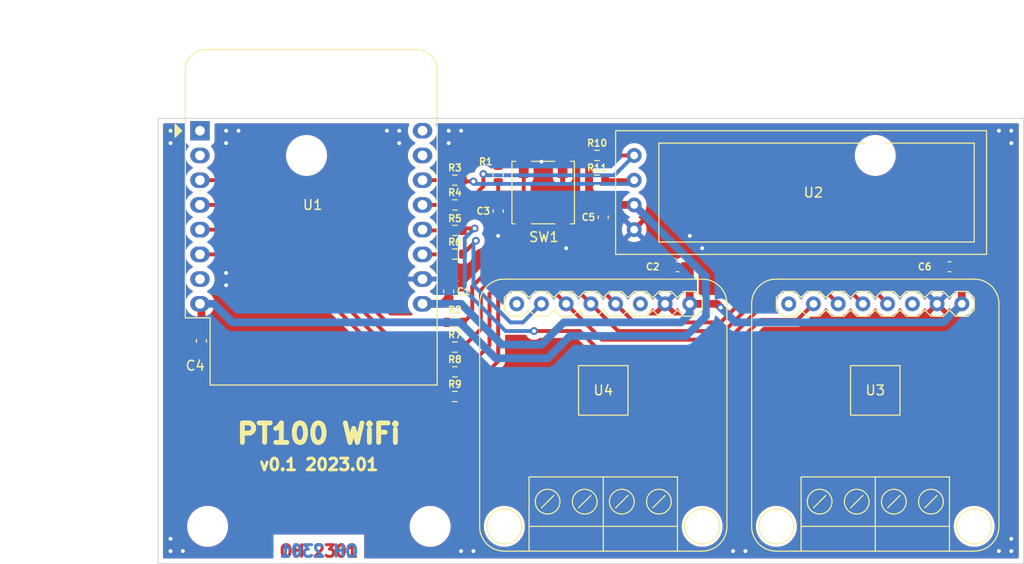
<source format=kicad_pcb>
(kicad_pcb (version 20211014) (generator pcbnew)
  (layers (0 "F.Cu" signal) (31 "B.Cu" signal) (34 "B.Paste" user) (35 "F.Paste" user) (36 "B.SilkS" user "B.Silkscreen") (37 "F.SilkS" user "F.Silkscreen") (38 "B.Mask" user) (39 "F.Mask" user) (44 "Edge.Cuts" user))
  (net 0 "")
  (net 1 "+3V3")
  (net 2 "+5V")
  (net 3 "SW")
  (net 4 "Net-(R2-Pad1)")
  (net 5 "Net-(R3-Pad1)")
  (net 6 "SCL")
  (net 7 "Net-(R4-Pad1)")
  (net 8 "SDA")
  (net 9 "Net-(R5-Pad1)")
  (net 10 "CS1")
  (net 11 "Net-(R6-Pad1)")
  (net 12 "CS2")
  (net 13 "Net-(R7-Pad1)")
  (net 14 "CLK")
  (net 15 "Net-(R8-Pad1)")
  (net 16 "SDO")
  (net 17 "Net-(R9-Pad1)")
  (net 18 "SDI")
  (net 27 "GND")
  (footprint "Resistor_SMD:R_0603_1608Metric" (layer "F.Cu") (at 118.745 110.49)
    (fp_text reference "R11" (at 0 -1.27) (layer "F.SilkS") (effects (font (size 0.7 0.7))))
    (fp_text value "10k" hide)
    (fp_line (start -0.237258 0.5225) (end 0.237258 0.5225) (layer "F.SilkS") (width 0.12))
    (fp_line (start -0.237258 -0.5225) (end 0.237258 -0.5225) (layer "F.SilkS") (width 0.12))
    (pad "1" smd roundrect (at -0.825 0) (size 0.8 0.95) (layers "F.Cu" "F.Paste" "F.Mask") (net 1 "+3V3"))
    (pad "2" smd roundrect (at 0.825 0) (size 0.8 0.95) (layers "F.Cu" "F.Paste" "F.Mask") (net 6 "SCL"))
  )
  (footprint "MountingHole:MountingHole_3.2mm_M3" (layer "F.Cu") (at 88.9 107.95)
    (fp_text reference "H8" hide)
    (fp_text value "MountingHole" hide)
    (pad "" np_thru_hole circle (at 0 0) (size 3.2 3.2) (drill 3.2) (layers *.Cu *.Mask))
  )
  (footprint "Resistor_SMD:R_0603_1608Metric" (layer "F.Cu") (at 104.14 118.0775)
    (fp_text reference "R6" (at 0 -1.2375) (layer "F.SilkS") (effects (font (size 0.7 0.7))))
    (fp_text value "100" hide)
    (fp_line (start -0.237258 0.5225) (end 0.237258 0.5225) (layer "F.SilkS") (width 0.12))
    (fp_line (start -0.237258 -0.5225) (end 0.237258 -0.5225) (layer "F.SilkS") (width 0.12))
    (pad "1" smd roundrect (at -0.825 0) (size 0.8 0.95) (layers "F.Cu" "F.Paste" "F.Mask") (net 11 "Net-(R6-Pad1)"))
    (pad "2" smd roundrect (at 0.825 0) (size 0.8 0.95) (layers "F.Cu" "F.Paste" "F.Mask") (net 12 "CS2"))
  )
  (footprint "Capacitor_SMD:C_0603_1608Metric" (layer "F.Cu") (at 154.94 119.38 180)
    (fp_text reference "C6" (at 2.54 0) (layer "F.SilkS") (effects (font (size 0.7 0.7))))
    (fp_text value "100n" hide)
    (fp_line (start -0.14058 -0.51) (end 0.14058 -0.51) (layer "F.SilkS") (width 0.12))
    (fp_line (start -0.14058 0.51) (end 0.14058 0.51) (layer "F.SilkS") (width 0.12))
    (pad "1" smd roundrect (at -0.775 0 180) (size 0.9 0.95) (layers "F.Cu" "F.Paste" "F.Mask") (net 2 "+5V"))
    (pad "2" smd roundrect (at 0.775 0 180) (size 0.9 0.95) (layers "F.Cu" "F.Paste" "F.Mask") (net 27 "GND"))
  )
  (footprint "MountingHole:MountingHole_3.2mm_M3" (layer "F.Cu") (at 109.22 146.05)
    (fp_text reference "H3" hide)
    (fp_text value "MountingHole" hide)
    (pad "" np_thru_hole circle (at 0 0) (size 3.2 3.2) (drill 3.2) (layers *.Cu *.Mask))
  )
  (footprint "Capacitor_SMD:C_0603_1608Metric" (layer "F.Cu") (at 119.38 114.3 -90)
    (fp_text reference "C5" (at 0 1.524 180) (layer "F.SilkS") (effects (font (size 0.7 0.7))))
    (fp_text value "100n" hide)
    (fp_line (start -0.14058 0.51) (end 0.14058 0.51) (layer "F.SilkS") (width 0.12))
    (fp_line (start -0.14058 -0.51) (end 0.14058 -0.51) (layer "F.SilkS") (width 0.12))
    (pad "1" smd roundrect (at -0.775 0 270) (size 0.9 0.95) (layers "F.Cu" "F.Paste" "F.Mask") (net 1 "+3V3"))
    (pad "2" smd roundrect (at 0.775 0 270) (size 0.9 0.95) (layers "F.Cu" "F.Paste" "F.Mask") (net 27 "GND"))
  )
  (footprint "Resistor_SMD:R_0603_1608Metric" (layer "F.Cu") (at 108.585 109.855 -90)
    (fp_text reference "R1" (at -1.27 1.27 180) (layer "F.SilkS") (effects (font (size 0.7 0.7))))
    (fp_text value "10k" hide)
    (fp_line (start -0.237258 0.5225) (end 0.237258 0.5225) (layer "F.SilkS") (width 0.12))
    (fp_line (start -0.237258 -0.5225) (end 0.237258 -0.5225) (layer "F.SilkS") (width 0.12))
    (pad "1" smd roundrect (at -0.825 0 270) (size 0.8 0.95) (layers "F.Cu" "F.Paste" "F.Mask") (net 1 "+3V3"))
    (pad "2" smd roundrect (at 0.825 0 270) (size 0.8 0.95) (layers "F.Cu" "F.Paste" "F.Mask") (net 3 "SW"))
  )
  (footprint "Resistor_SMD:R_0603_1608Metric" (layer "F.Cu") (at 104.14 125.095)
    (fp_text reference "R2" (at 0 -1.27) (layer "F.SilkS") (effects (font (size 0.7 0.7))))
    (fp_text value "100" hide)
    (fp_line (start -0.237258 -0.5225) (end 0.237258 -0.5225) (layer "F.SilkS") (width 0.12))
    (fp_line (start -0.237258 0.5225) (end 0.237258 0.5225) (layer "F.SilkS") (width 0.12))
    (pad "1" smd roundrect (at -0.825 0) (size 0.8 0.95) (layers "F.Cu" "F.Paste" "F.Mask") (net 4 "Net-(R2-Pad1)"))
    (pad "2" smd roundrect (at 0.825 0) (size 0.8 0.95) (layers "F.Cu" "F.Paste" "F.Mask") (net 3 "SW"))
  )
  (footprint "MountingHole:MountingHole_3.2mm_M3" (layer "F.Cu") (at 78.74 146.05)
    (fp_text reference "H1" hide)
    (fp_text value "MountingHole" hide)
    (pad "" np_thru_hole circle (at 0 0) (size 3.2 3.2) (drill 3.2) (layers *.Cu *.Mask))
  )
  (footprint "Resistor_SMD:R_0603_1608Metric" (layer "F.Cu") (at 118.745 107.95)
    (fp_text reference "R10" (at 0 -1.27) (layer "F.SilkS") (effects (font (size 0.7 0.7))))
    (fp_text value "10k" hide)
    (fp_line (start -0.237258 -0.5225) (end 0.237258 -0.5225) (layer "F.SilkS") (width 0.12))
    (fp_line (start -0.237258 0.5225) (end 0.237258 0.5225) (layer "F.SilkS") (width 0.12))
    (pad "1" smd roundrect (at -0.825 0) (size 0.8 0.95) (layers "F.Cu" "F.Paste" "F.Mask") (net 1 "+3V3"))
    (pad "2" smd roundrect (at 0.825 0) (size 0.8 0.95) (layers "F.Cu" "F.Paste" "F.Mask") (net 8 "SDA"))
  )
  (footprint "MountingHole:MountingHole_3.2mm_M3" (layer "F.Cu") (at 137.16 146.05)
    (fp_text reference "H5" hide)
    (fp_text value "MountingHole" hide)
    (pad "" np_thru_hole circle (at 0 0) (size 3.2 3.2) (drill 3.2) (layers *.Cu *.Mask))
  )
  (footprint "Resistor_SMD:R_0603_1608Metric" (layer "F.Cu") (at 104.14 113.03)
    (fp_text reference "R4" (at 0 -1.27) (layer "F.SilkS") (effects (font (size 0.7 0.7))))
    (fp_text value "100" hide)
    (fp_line (start -0.237258 -0.5225) (end 0.237258 -0.5225) (layer "F.SilkS") (width 0.12))
    (fp_line (start -0.237258 0.5225) (end 0.237258 0.5225) (layer "F.SilkS") (width 0.12))
    (pad "1" smd roundrect (at -0.825 0) (size 0.8 0.95) (layers "F.Cu" "F.Paste" "F.Mask") (net 7 "Net-(R4-Pad1)"))
    (pad "2" smd roundrect (at 0.825 0) (size 0.8 0.95) (layers "F.Cu" "F.Paste" "F.Mask") (net 8 "SDA"))
  )
  (footprint "Capacitor_SMD:C_0603_1608Metric" (layer "F.Cu") (at 103.505 121.92 90)
    (fp_text reference "C1" (at 0 1.524 180) (layer "F.SilkS") (effects (font (size 0.7 0.7))))
    (fp_text value "100n" hide)
    (fp_line (start -0.14058 -0.51) (end 0.14058 -0.51) (layer "F.SilkS") (width 0.12))
    (fp_line (start -0.14058 0.51) (end 0.14058 0.51) (layer "F.SilkS") (width 0.12))
    (pad "1" smd roundrect (at -0.775 0 90) (size 0.9 0.95) (layers "F.Cu" "F.Paste" "F.Mask") (net 2 "+5V"))
    (pad "2" smd roundrect (at 0.775 0 90) (size 0.9 0.95) (layers "F.Cu" "F.Paste" "F.Mask") (net 27 "GND"))
  )
  (footprint "Button_Switch_SMD:SW_Push_1P1T_NO_CK_KSC6xxJ" (layer "F.Cu") (at 113.21 111.76 -90)
    (fp_text reference "SW1" (at 4.572 -0.074) (layer "F.SilkS"))
    (fp_text value "SW_Push" hide)
    (fp_line (start -3.21 -3.21) (end -3.21 -2.8) (layer "F.SilkS") (width 0.12))
    (fp_line (start -3.21 3.21) (end 3.21 3.21) (layer "F.SilkS") (width 0.12))
    (fp_line (start 3.21 -2.8) (end 3.21 -3.21) (layer "F.SilkS") (width 0.12))
    (fp_line (start 3.21 -3.21) (end -3.21 -3.21) (layer "F.SilkS") (width 0.12))
    (fp_line (start 3.21 1.2) (end 3.21 -1.2) (layer "F.SilkS") (width 0.12))
    (fp_line (start -3.21 2.8) (end -3.21 3.21) (layer "F.SilkS") (width 0.12))
    (fp_line (start -3.21 -1.2) (end -3.21 1.2) (layer "F.SilkS") (width 0.12))
    (fp_line (start 3.21 3.21) (end 3.21 2.93) (layer "F.SilkS") (width 0.12))
    (pad "1" smd rect (at 2.9 -2 270) (size 2.8 1) (layers "F.Cu" "F.Paste" "F.Mask") (net 27 "GND"))
    (pad "1" smd rect (at -2.9 -2 270) (size 2.8 1) (layers "F.Cu" "F.Paste" "F.Mask") (net 27 "GND"))
    (pad "2" smd rect (at 2.9 2 270) (size 2.8 1) (layers "F.Cu" "F.Paste" "F.Mask") (net 3 "SW"))
    (pad "2" smd rect (at -2.9 2 270) (size 2.8 1) (layers "F.Cu" "F.Paste" "F.Mask") (net 3 "SW"))
  )
  (footprint "Resistor_SMD:R_0603_1608Metric" (layer "F.Cu") (at 104.14 127.635)
    (fp_text reference "R7" (at 0 -1.27) (layer "F.SilkS") (effects (font (size 0.7 0.7))))
    (fp_text value "100" hide)
    (fp_line (start -0.237258 -0.5225) (end 0.237258 -0.5225) (layer "F.SilkS") (width 0.12))
    (fp_line (start -0.237258 0.5225) (end 0.237258 0.5225) (layer "F.SilkS") (width 0.12))
    (pad "1" smd roundrect (at -0.825 0) (size 0.8 0.95) (layers "F.Cu" "F.Paste" "F.Mask") (net 13 "Net-(R7-Pad1)"))
    (pad "2" smd roundrect (at 0.825 0) (size 0.8 0.95) (layers "F.Cu" "F.Paste" "F.Mask") (net 14 "CLK"))
  )
  (footprint "Capacitor_SMD:C_0603_1608Metric" (layer "F.Cu") (at 127 119.38 180)
    (fp_text reference "C2" (at 2.54 0) (layer "F.SilkS") (effects (font (size 0.7 0.7))))
    (fp_text value "100n" hide)
    (fp_line (start -0.14058 -0.51) (end 0.14058 -0.51) (layer "F.SilkS") (width 0.12))
    (fp_line (start -0.14058 0.51) (end 0.14058 0.51) (layer "F.SilkS") (width 0.12))
    (pad "1" smd roundrect (at -0.775 0 180) (size 0.9 0.95) (layers "F.Cu" "F.Paste" "F.Mask") (net 2 "+5V"))
    (pad "2" smd roundrect (at 0.775 0 180) (size 0.9 0.95) (layers "F.Cu" "F.Paste" "F.Mask") (net 27 "GND"))
  )
  (footprint "Resistor_SMD:R_0603_1608Metric" (layer "F.Cu") (at 104.14 115.6475)
    (fp_text reference "R5" (at 0 -1.2205) (layer "F.SilkS") (effects (font (size 0.7 0.7))))
    (fp_text value "100" hide)
    (fp_line (start -0.237258 0.5225) (end 0.237258 0.5225) (layer "F.SilkS") (width 0.12))
    (fp_line (start -0.237258 -0.5225) (end 0.237258 -0.5225) (layer "F.SilkS") (width 0.12))
    (pad "1" smd roundrect (at -0.825 0) (size 0.8 0.95) (layers "F.Cu" "F.Paste" "F.Mask") (net 9 "Net-(R5-Pad1)"))
    (pad "2" smd roundrect (at 0.825 0) (size 0.8 0.95) (layers "F.Cu" "F.Paste" "F.Mask") (net 10 "CS1"))
  )
  (footprint "Resistor_SMD:R_0603_1608Metric" (layer "F.Cu") (at 104.14 130.175)
    (fp_text reference "R8" (at 0 -1.27) (layer "F.SilkS") (effects (font (size 0.7 0.7))))
    (fp_text value "100" hide)
    (fp_line (start -0.237258 0.5225) (end 0.237258 0.5225) (layer "F.SilkS") (width 0.12))
    (fp_line (start -0.237258 -0.5225) (end 0.237258 -0.5225) (layer "F.SilkS") (width 0.12))
    (pad "1" smd roundrect (at -0.825 0) (size 0.8 0.95) (layers "F.Cu" "F.Paste" "F.Mask") (net 15 "Net-(R8-Pad1)"))
    (pad "2" smd roundrect (at 0.825 0) (size 0.8 0.95) (layers "F.Cu" "F.Paste" "F.Mask") (net 16 "SDO"))
  )
  (footprint "MountingHole:MountingHole_3.2mm_M3" (layer "F.Cu") (at 157.479999 146.049999)
    (fp_text reference "H6" hide)
    (fp_text value "MountingHole" hide)
    (pad "" np_thru_hole circle (at 0 0) (size 3.2 3.2) (drill 3.2) (layers *.Cu *.Mask))
  )
  (footprint "Resistor_SMD:R_0603_1608Metric" (layer "F.Cu") (at 104.14 110.49)
    (fp_text reference "R3" (at 0 -1.27) (layer "F.SilkS") (effects (font (size 0.7 0.7))))
    (fp_text value "100" hide)
    (fp_line (start -0.237258 0.5225) (end 0.237258 0.5225) (layer "F.SilkS") (width 0.12))
    (fp_line (start -0.237258 -0.5225) (end 0.237258 -0.5225) (layer "F.SilkS") (width 0.12))
    (pad "1" smd roundrect (at -0.825 0) (size 0.8 0.95) (layers "F.Cu" "F.Paste" "F.Mask") (net 5 "Net-(R3-Pad1)"))
    (pad "2" smd roundrect (at 0.825 0) (size 0.8 0.95) (layers "F.Cu" "F.Paste" "F.Mask") (net 6 "SCL"))
  )
  (footprint "MountingHole:MountingHole_3.2mm_M3" (layer "F.Cu") (at 147.32 107.95)
    (fp_text reference "H7" hide)
    (fp_text value "MountingHole" hide)
    (pad "" np_thru_hole circle (at 0 0) (size 3.2 3.2) (drill 3.2) (layers *.Cu *.Mask))
  )
  (footprint "Module:WEMOS_D1_mini_light" (layer "F.Cu") (at 77.955 105.41)
    (fp_text reference "U1" (at 11.58 7.62) (layer "F.SilkS"))
    (fp_text value "WeMos_D1_mini" hide)
    (fp_line (start 1.04 26.12) (end 24.36 26.12) (layer "F.SilkS") (width 0.12))
    (fp_line (start 22.24 -8.34) (end 0.63 -8.34) (layer "F.SilkS") (width 0.12))
    (fp_line (start -1.5 19.22) (end 1.04 19.22) (layer "F.SilkS") (width 0.12))
    (fp_line (start -1.5 19.22) (end -1.5 -6.21) (layer "F.SilkS") (width 0.12))
    (fp_line (start 24.36 26.12) (end 24.36 -6.21) (layer "F.SilkS") (width 0.12))
    (fp_line (start 1.04 19.22) (end 1.04 26.12) (layer "F.SilkS") (width 0.12))
    (fp_arc (start 22.23 -8.34) (mid 23.736137 -7.716137) (end 24.36 -6.21) (layer "F.SilkS") (width 0.12))
    (fp_arc (start -1.5 -6.21) (mid -0.876137 -7.716137) (end 0.63 -8.34) (layer "F.SilkS") (width 0.12))
    (fp_poly (pts (xy -2.54 -0.635) (xy -2.54 0.635) (xy -1.905 0)) (layer "F.SilkS") (width 0.15) (fill solid))
    (pad "1" thru_hole rect (at 0 0) (size 2 2) (drill 1) (layers *.Cu *.Mask))
    (pad "2" thru_hole oval (at 0 2.54) (size 2 1.6) (drill 1) (layers *.Cu *.Mask))
    (pad "3" thru_hole oval (at 0 5.08) (size 2 1.6) (drill 1) (layers *.Cu *.Mask) (net 4 "Net-(R2-Pad1)"))
    (pad "4" thru_hole oval (at 0 7.62) (size 2 1.6) (drill 1) (layers *.Cu *.Mask) (net 13 "Net-(R7-Pad1)"))
    (pad "5" thru_hole oval (at 0 10.16) (size 2 1.6) (drill 1) (layers *.Cu *.Mask) (net 15 "Net-(R8-Pad1)"))
    (pad "6" thru_hole oval (at 0 12.7) (size 2 1.6) (drill 1) (layers *.Cu *.Mask) (net 17 "Net-(R9-Pad1)"))
    (pad "7" thru_hole oval (at 0 15.24) (size 2 1.6) (drill 1) (layers *.Cu *.Mask))
    (pad "8" thru_hole oval (at 0 17.78) (size 2 1.6) (drill 1) (layers *.Cu *.Mask) (net 1 "+3V3"))
    (pad "9" thru_hole oval (at 22.86 17.78) (size 2 1.6) (drill 1) (layers *.Cu *.Mask) (net 2 "+5V"))
    (pad "10" thru_hole oval (at 22.86 15.24) (size 2 1.6) (drill 1) (layers *.Cu *.Mask) (net 27 "GND"))
    (pad "11" thru_hole oval (at 22.86 12.7) (size 2 1.6) (drill 1) (layers *.Cu *.Mask) (net 11 "Net-(R6-Pad1)"))
    (pad "12" thru_hole oval (at 22.86 10.16) (size 2 1.6) (drill 1) (layers *.Cu *.Mask) (net 9 "Net-(R5-Pad1)"))
    (pad "13" thru_hole oval (at 22.86 7.62) (size 2 1.6) (drill 1) (layers *.Cu *.Mask) (net 7 "Net-(R4-Pad1)"))
    (pad "14" thru_hole oval (at 22.86 5.08) (size 2 1.6) (drill 1) (layers *.Cu *.Mask) (net 5 "Net-(R3-Pad1)"))
    (pad "15" thru_hole oval (at 22.86 2.54) (size 2 1.6) (drill 1) (layers *.Cu *.Mask))
    (pad "16" thru_hole oval (at 22.86 0) (size 2 1.6) (drill 1) (layers *.Cu *.Mask))
  )
  (footprint "Capacitor_SMD:C_0603_1608Metric" (layer "F.Cu") (at 108.585 113.665 -90)
    (fp_text reference "C3" (at 0 1.524 180) (layer "F.SilkS") (effects (font (size 0.7 0.7))))
    (fp_text value "100n" hide)
    (fp_line (start -0.14058 -0.51) (end 0.14058 -0.51) (layer "F.SilkS") (width 0.12))
    (fp_line (start -0.14058 0.51) (end 0.14058 0.51) (layer "F.SilkS") (width 0.12))
    (pad "1" smd roundrect (at -0.775 0 270) (size 0.9 0.95) (layers "F.Cu" "F.Paste" "F.Mask") (net 3 "SW"))
    (pad "2" smd roundrect (at 0.775 0 270) (size 0.9 0.95) (layers "F.Cu" "F.Paste" "F.Mask") (net 27 "GND"))
  )
  (footprint "myModules:MAX31865_module" (layer "F.Cu") (at 118.11 128.27 180)
    (fp_text reference "U4" (at -1.27 -3.81 unlocked) (layer "F.SilkS"))
    (fp_text value "MAX31865_breakout" hide)
    (fp_line (start 3.81 4.445) (end 4.445 3.81) (layer "F.SilkS") (width 0.12))
    (fp_line (start 6.35 -12.7) (end 6.35 -20.32) (layer "F.SilkS") (width 0.12))
    (fp_line (start -8.89 -20.32) (end -8.89 -12.7) (layer "F.SilkS") (width 0.12))
    (fp_line (start 1.905 3.81) (end 3.175 3.81) (layer "F.SilkS") (width 0.12))
    (fp_line (start -6.985 6.35) (end -8.255 6.35) (layer "F.SilkS") (width 0.12))
    (fp_line (start -10.795 3.81) (end -11.43 4.445) (layer "F.SilkS") (width 0.12))
    (fp_line (start -9.525 3.81) (end -10.795 3.81) (layer "F.SilkS") (width 0.12))
    (fp_line (start -6.35 4.445) (end -5.715 3.81) (layer "F.SilkS") (width 0.12))
    (fp_line (start 6.35 5.715) (end 5.715 6.35) (layer "F.SilkS") (width 0.12))
    (fp_line (start 1.27 -1.27) (end -3.81 -1.27) (layer "F.SilkS") (width 0.12))
    (fp_line (start -4.445 6.35) (end -5.715 6.35) (layer "F.SilkS") (width 0.12))
    (fp_line (start -3.175 3.81) (end -1.905 3.81) (layer "F.SilkS") (width 0.12))
    (fp_line (start -8.89 -17.78) (end 6.35 -17.78) (layer "F.SilkS") (width 0.12))
    (fp_line (start -5.715 6.35) (end -6.35 5.715) (layer "F.SilkS") (width 0.12))
    (fp_line (start -3.81 5.715) (end -4.445 6.35) (layer "F.SilkS") (width 0.12))
    (fp_line (start -1.905 6.35) (end -3.175 6.35) (layer "F.SilkS") (width 0.12))
    (fp_line (start -4.445 3.81) (end -3.81 4.445) (layer "F.SilkS") (width 0.12))
    (fp_line (start -11.43 -20.32) (end 8.89 -20.32) (layer "F.SilkS") (width 0.12))
    (fp_line (start -3.81 -6.35) (end 1.27 -6.35) (layer "F.SilkS") (width 0.12))
    (fp_line (start -3.81 -1.27) (end -3.81 -6.35) (layer "F.SilkS") (width 0.12))
    (fp_line (start 11.43 -17.78) (end 11.43 5.08) (layer "F.SilkS") (width 0.12))
    (fp_line (start -3.81 4.445) (end -3.175 3.81) (layer "F.SilkS") (width 0.12))
    (fp_line (start -7.62 -14.605) (end -6.35 -15.875) (layer "F.SilkS") (width 0.12))
    (fp_line (start 1.905 6.35) (end 1.27 5.715) (layer "F.SilkS") (width 0.12))
    (fp_line (start 6.35 4.445) (end 6.985 3.81) (layer "F.SilkS") (width 0.12))
    (fp_line (start 6.985 6.35) (end 6.35 5.715) (layer "F.SilkS") (width 0.12))
    (fp_line (start 1.27 4.445) (end 1.905 3.81) (layer "F.SilkS") (width 0.12))
    (fp_line (start -5.715 3.81) (end -4.445 3.81) (layer "F.SilkS") (width 0.12))
    (fp_line (start 3.175 3.81) (end 3.81 4.445) (layer "F.SilkS") (width 0.12))
    (fp_line (start 0.635 3.81) (end 1.27 4.445) (layer "F.SilkS") (width 0.12))
    (fp_line (start 3.81 5.715) (end 3.175 6.35) (layer "F.SilkS") (width 0.12))
    (fp_line (start -10.795 6.35) (end -9.525 6.35) (layer "F.SilkS") (width 0.12))
    (fp_line (start 8.255 3.81) (end 8.89 4.445) (layer "F.SilkS") (width 0.12))
    (fp_line (start 8.255 6.35) (end 6.985 6.35) (layer "F.SilkS") (width 0.12))
    (fp_line (start -0.635 3.81) (end 0.635 3.81) (layer "F.SilkS") (width 0.12))
    (fp_line (start -1.27 -12.7) (end 6.35 -12.7) (layer "F.SilkS") (width 0.12))
    (fp_line (start 0 -14.605) (end 1.27 -15.875) (layer "F.SilkS") (width 0.12))
    (fp_line (start 8.89 4.445) (end 8.89 5.715) (layer "F.SilkS") (width 0.12))
    (fp_line (start 1.27 5.715) (end 0.635 6.35) (layer "F.SilkS") (width 0.12))
    (fp_line (start -8.255 6.35) (end -8.89 5.715) (layer "F.SilkS") (width 0.12))
    (fp_line (start 4.445 3.81) (end 5.715 3.81) (layer "F.SilkS") (width 0.12))
    (fp_line (start -8.89 4.445) (end -8.255 3.81) (layer "F.SilkS") (width 0.12))
    (fp_line (start -9.525 6.35) (end -8.89 5.715) (layer "F.SilkS") (width 0.12))
    (fp_line (start -13.97 5.08) (end -13.97 -17.78) (layer "F.SilkS") (width 0.12))
    (fp_line (start -11.43 4.445) (end -11.43 5.715) (layer "F.SilkS") (width 0.12))
    (fp_line (start -6.35 5.715) (end -6.985 6.35) (layer "F.SilkS") (width 0.12))
    (fp_line (start -1.905 3.81) (end -1.27 4.445) (layer "F.SilkS") (width 0.12))
    (fp_line (start 5.715 3.81) (end 6.35 4.445) (layer "F.SilkS") (width 0.12))
    (fp_line (start -1.27 -20.32) (end -1.27 -12.7) (layer "F.SilkS") (width 0.12))
    (fp_line (start 1.27 -6.35) (end 1.27 -1.27) (layer "F.SilkS") (width 0.12))
    (fp_line (start -8.89 4.445) (end -9.525 3.81) (layer "F.SilkS") (width 0.12))
    (fp_line (start -11.43 5.715) (end -10.795 6.35) (layer "F.SilkS") (width 0.12))
    (fp_line (start -6.985 3.81) (end -6.35 4.445) (layer "F.SilkS") (width 0.12))
    (fp_line (start -1.27 4.445) (end -0.635 3.81) (layer "F.SilkS") (width 0.12))
    (fp_line (start 3.175 6.35) (end 1.905 6.35) (layer "F.SilkS") (width 0.12))
    (fp_line (start -1.27 5.715) (end -1.905 6.35) (layer "F.SilkS") (width 0.12))
    (fp_line (start 6.985 3.81) (end 8.255 3.81) (layer "F.SilkS") (width 0.12))
    (fp_line (start -3.175 6.35) (end -3.81 5.715) (layer "F.SilkS") (width 0.12))
    (fp_line (start -0.635 6.35) (end -1.27 5.715) (layer "F.SilkS") (width 0.12))
    (fp_line (start 8.89 5.715) (end 8.255 6.35) (layer "F.SilkS") (width 0.12))
    (fp_line (start 5.715 6.35) (end 4.445 6.35) (layer "F.SilkS") (width 0.12))
    (fp_line (start -3.81 -14.605) (end -2.54 -15.875) (layer "F.SilkS") (width 0.12))
    (fp_line (start 3.81 -14.605) (end 5.08 -15.875) (layer "F.SilkS") (width 0.12))
    (fp_line (start 8.89 7.62) (end -11.43 7.62) (layer "F.SilkS") (width 0.12))
    (fp_line (start 4.445 6.35) (end 3.81 5.715) (layer "F.SilkS") (width 0.12))
    (fp_line (start -8.255 3.81) (end -6.985 3.81) (layer "F.SilkS") (width 0.12))
    (fp_line (start 0.635 6.35) (end -0.635 6.35) (layer "F.SilkS") (width 0.12))
    (fp_line (start -8.89 -12.7) (end -1.27 -12.7) (layer "F.SilkS") (width 0.12))
    (fp_arc (start -11.43 7.62) (mid -13.226051 6.876051) (end -13.97 5.08) (layer "F.SilkS") (width 0.12))
    (fp_arc (start 8.89 -20.32) (mid 10.686051 -19.576051) (end 11.43 -17.78) (layer "F.SilkS") (width 0.12))
    (fp_arc (start 11.43 5.08) (mid 10.686051 6.876051) (end 8.89 7.62) (layer "F.SilkS") (width 0.12))
    (fp_arc (start -13.97 -17.78) (mid -13.226051 -19.576051) (end -11.43 -20.32) (layer "F.SilkS") (width 0.12))
    (fp_circle (center -6.985 -15.24) (end -5.715 -15.24) (layer "F.SilkS") (width 0.12) (fill none))
    (fp_circle (center 0.635 -15.24) (end 1.905 -15.24) (layer "F.SilkS") (width 0.12) (fill none))
    (fp_circle (center 4.445 -15.24) (end 5.715 -15.24) (layer "F.SilkS") (width 0.12) (fill none))
    (fp_circle (center -3.175 -15.24) (end -1.905 -15.24) (layer "F.SilkS") (width 0.12) (fill none))
    (fp_circle (center 8.89 -17.78) (end 10.16 -19.05) (layer "F.SilkS") (width 0.12) (fill none))
    (fp_circle (center -11.43 -17.78) (end -10.16 -19.05) (layer "F.SilkS") (width 0.12) (fill none))
    (pad "1" thru_hole circle (at -10.16 5.08 180) (size 1.524 1.524) (drill 0.8) (layers *.Cu *.Mask) (net 2 "+5V"))
    (pad "2" thru_hole circle (at -7.62 5.08 180) (size 1.524 1.524) (drill 0.8) (layers *.Cu *.Mask) (net 27 "GND"))
    (pad "3" thru_hole circle (at -5.08 5.08 180) (size 1.524 1.524) (drill 0.8) (layers *.Cu *.Mask))
    (pad "4" thru_hole circle (at -2.54 5.08 180) (size 1.524 1.524) (drill 0.8) (layers *.Cu *.Mask) (net 14 "CLK"))
    (pad "5" thru_hole circle (at 0 5.08 180) (size 1.524 1.524) (drill 0.8) (layers *.Cu *.Mask) (net 16 "SDO"))
    (pad "6" thru_hole circle (at 2.54 5.08 180) (size 1.524 1.524) (drill 0.8) (layers *.Cu *.Mask) (net 18 "SDI"))
    (pad "7" thru_hole circle (at 5.08 5.08 180) (size 1.524 1.524) (drill 0.8) (layers *.Cu *.Mask) (net 12 "CS2"))
    (pad "8" thru_hole circle (at 7.62 5.08 180) (size 1.524 1.524) (drill 0.8) (layers *.Cu *.Mask))
  )
  (footprint "Resistor_SMD:R_0603_1608Metric" (layer "F.Cu") (at 104.14 132.715)
    (fp_text reference "R9" (at 0 -1.27) (layer "F.SilkS") (effects (font (size 0.7 0.7))))
    (fp_text value "100" hide)
    (fp_line (start -0.237258 0.5225) (end 0.237258 0.5225) (layer "F.SilkS") (width 0.12))
    (fp_line (start -0.237258 -0.5225) (end 0.237258 -0.5225) (layer "F.SilkS") (width 0.12))
    (pad "1" smd roundrect (at -0.825 0) (size 0.8 0.95) (layers "F.Cu" "F.Paste" "F.Mask") (net 17 "Net-(R9-Pad1)"))
    (pad "2" smd roundrect (at 0.825 0) (size 0.8 0.95) (layers "F.Cu" "F.Paste" "F.Mask") (net 18 "SDI"))
  )
  (footprint "myModules:MAX31865_module" (layer "F.Cu") (at 146.05 128.27 180)
    (fp_text reference "U3" (at -1.27 -3.81 unlocked) (layer "F.SilkS"))
    (fp_text value "MAX31865_breakout" hide)
    (fp_line (start -10.795 3.81) (end -11.43 4.445) (layer "F.SilkS") (width 0.12))
    (fp_line (start 8.255 3.81) (end 8.89 4.445) (layer "F.SilkS") (width 0.12))
    (fp_line (start 3.81 -14.605) (end 5.08 -15.875) (layer "F.SilkS") (width 0.12))
    (fp_line (start -9.525 3.81) (end -10.795 3.81) (layer "F.SilkS") (width 0.12))
    (fp_line (start 5.715 3.81) (end 6.35 4.445) (layer "F.SilkS") (width 0.12))
    (fp_line (start -10.795 6.35) (end -9.525 6.35) (layer "F.SilkS") (width 0.12))
    (fp_line (start -1.27 5.715) (end -1.905 6.35) (layer "F.SilkS") (width 0.12))
    (fp_line (start -11.43 -20.32) (end 8.89 -20.32) (layer "F.SilkS") (width 0.12))
    (fp_line (start -1.27 -12.7) (end 6.35 -12.7) (layer "F.SilkS") (width 0.12))
    (fp_line (start -8.89 -17.78) (end 6.35 -17.78) (layer "F.SilkS") (width 0.12))
    (fp_line (start -1.27 4.445) (end -0.635 3.81) (layer "F.SilkS") (width 0.12))
    (fp_line (start -3.81 -6.35) (end 1.27 -6.35) (layer "F.SilkS") (width 0.12))
    (fp_line (start -11.43 4.445) (end -11.43 5.715) (layer "F.SilkS") (width 0.12))
    (fp_line (start 0.635 3.81) (end 1.27 4.445) (layer "F.SilkS") (width 0.12))
    (fp_line (start 1.27 -1.27) (end -3.81 -1.27) (layer "F.SilkS") (width 0.12))
    (fp_line (start 8.255 6.35) (end 6.985 6.35) (layer "F.SilkS") (width 0.12))
    (fp_line (start 1.905 3.81) (end 3.175 3.81) (layer "F.SilkS") (width 0.12))
    (fp_line (start -8.89 -20.32) (end -8.89 -12.7) (layer "F.SilkS") (width 0.12))
    (fp_line (start 4.445 3.81) (end 5.715 3.81) (layer "F.SilkS") (width 0.12))
    (fp_line (start -8.89 4.445) (end -9.525 3.81) (layer "F.SilkS") (width 0.12))
    (fp_line (start 3.81 5.715) (end 3.175 6.35) (layer "F.SilkS") (width 0.12))
    (fp_line (start -0.635 3.81) (end 0.635 3.81) (layer "F.SilkS") (width 0.12))
    (fp_line (start -0.635 6.35) (end -1.27 5.715) (layer "F.SilkS") (width 0.12))
    (fp_line (start 3.175 6.35) (end 1.905 6.35) (layer "F.SilkS") (width 0.12))
    (fp_line (start -3.81 5.715) (end -4.445 6.35) (layer "F.SilkS") (width 0.12))
    (fp_line (start -3.81 -1.27) (end -3.81 -6.35) (layer "F.SilkS") (width 0.12))
    (fp_line (start 11.43 -17.78) (end 11.43 5.08) (layer "F.SilkS") (width 0.12))
    (fp_line (start -6.35 5.715) (end -6.985 6.35) (layer "F.SilkS") (width 0.12))
    (fp_line (start 6.985 6.35) (end 6.35 5.715) (layer "F.SilkS") (width 0.12))
    (fp_line (start 5.715 6.35) (end 4.445 6.35) (layer "F.SilkS") (width 0.12))
    (fp_line (start 0.635 6.35) (end -0.635 6.35) (layer "F.SilkS") (width 0.12))
    (fp_line (start -4.445 6.35) (end -5.715 6.35) (layer "F.SilkS") (width 0.12))
    (fp_line (start 1.27 -6.35) (end 1.27 -1.27) (layer "F.SilkS") (width 0.12))
    (fp_line (start -11.43 5.715) (end -10.795 6.35) (layer "F.SilkS") (width 0.12))
    (fp_line (start -5.715 3.81) (end -4.445 3.81) (layer "F.SilkS") (width 0.12))
    (fp_line (start -8.89 -12.7) (end -1.27 -12.7) (layer "F.SilkS") (width 0.12))
    (fp_line (start -1.27 -20.32) (end -1.27 -12.7) (layer "F.SilkS") (width 0.12))
    (fp_line (start 1.27 4.445) (end 1.905 3.81) (layer "F.SilkS") (width 0.12))
    (fp_line (start -6.985 3.81) (end -6.35 4.445) (layer "F.SilkS") (width 0.12))
    (fp_line (start -13.97 5.08) (end -13.97 -17.78) (layer "F.SilkS") (width 0.12))
    (fp_line (start -1.905 3.81) (end -1.27 4.445) (layer "F.SilkS") (width 0.12))
    (fp_line (start -3.81 4.445) (end -3.175 3.81) (layer "F.SilkS") (width 0.12))
    (fp_line (start -9.525 6.35) (end -8.89 5.715) (layer "F.SilkS") (width 0.12))
    (fp_line (start -8.89 4.445) (end -8.255 3.81) (layer "F.SilkS") (width 0.12))
    (fp_line (start -6.985 6.35) (end -8.255 6.35) (layer "F.SilkS") (width 0.12))
    (fp_line (start -7.62 -14.605) (end -6.35 -15.875) (layer "F.SilkS") (width 0.12))
    (fp_line (start -5.715 6.35) (end -6.35 5.715) (layer "F.SilkS") (width 0.12))
    (fp_line (start -4.445 3.81) (end -3.81 4.445) (layer "F.SilkS") (width 0.12))
    (fp_line (start 6.35 -12.7) (end 6.35 -20.32) (layer "F.SilkS") (width 0.12))
    (fp_line (start 3.175 3.81) (end 3.81 4.445) (layer "F.SilkS") (width 0.12))
    (fp_line (start 6.35 5.715) (end 5.715 6.35) (layer "F.SilkS") (width 0.12))
    (fp_line (start -3.175 6.35) (end -3.81 5.715) (layer "F.SilkS") (width 0.12))
    (fp_line (start 1.905 6.35) (end 1.27 5.715) (layer "F.SilkS") (width 0.12))
    (fp_line (start -1.905 6.35) (end -3.175 6.35) (layer "F.SilkS") (width 0.12))
    (fp_line (start 4.445 6.35) (end 3.81 5.715) (layer "F.SilkS") (width 0.12))
    (fp_line (start -6.35 4.445) (end -5.715 3.81) (layer "F.SilkS") (width 0.12))
    (fp_line (start 8.89 5.715) (end 8.255 6.35) (layer "F.SilkS") (width 0.12))
    (fp_line (start 6.985 3.81) (end 8.255 3.81) (layer "F.SilkS") (width 0.12))
    (fp_line (start -8.255 6.35) (end -8.89 5.715) (layer "F.SilkS") (width 0.12))
    (fp_line (start 1.27 5.715) (end 0.635 6.35) (layer "F.SilkS") (width 0.12))
    (fp_line (start -3.175 3.81) (end -1.905 3.81) (layer "F.SilkS") (width 0.12))
    (fp_line (start 8.89 7.62) (end -11.43 7.62) (layer "F.SilkS") (width 0.12))
    (fp_line (start 0 -14.605) (end 1.27 -15.875) (layer "F.SilkS") (width 0.12))
    (fp_line (start 6.35 4.445) (end 6.985 3.81) (layer "F.SilkS") (width 0.12))
    (fp_line (start -8.255 3.81) (end -6.985 3.81) (layer "F.SilkS") (width 0.12))
    (fp_line (start -3.81 -14.605) (end -2.54 -15.875) (layer "F.SilkS") (width 0.12))
    (fp_line (start 8.89 4.445) (end 8.89 5.715) (layer "F.SilkS") (width 0.12))
    (fp_line (start 3.81 4.445) (end 4.445 3.81) (layer "F.SilkS") (width 0.12))
    (fp_arc (start -11.43 7.62) (mid -13.226051 6.876051) (end -13.97 5.08) (layer "F.SilkS") (width 0.12))
    (fp_arc (start -13.97 -17.78) (mid -13.226051 -19.576051) (end -11.43 -20.32) (layer "F.SilkS") (width 0.12))
    (fp_arc (start 11.43 5.08) (mid 10.686051 6.876051) (end 8.89 7.62) (layer "F.SilkS") (width 0.12))
    (fp_arc (start 8.89 -20.32) (mid 10.686051 -19.576051) (end 11.43 -17.78) (layer "F.SilkS") (width 0.12))
    (fp_circle (center -11.43 -17.78) (end -10.16 -19.05) (layer "F.SilkS") (width 0.12) (fill none))
    (fp_circle (center -3.175 -15.24) (end -1.905 -15.24) (layer "F.SilkS") (width 0.12) (fill none))
    (fp_circle (center -6.985 -15.24) (end -5.715 -15.24) (layer "F.SilkS") (width 0.12) (fill none))
    (fp_circle (center 4.445 -15.24) (end 5.715 -15.24) (layer "F.SilkS") (width 0.12) (fill none))
    (fp_circle (center 8.89 -17.78) (end 10.16 -19.05) (layer "F.SilkS") (width 0.12) (fill none))
    (fp_circle (center 0.635 -15.24) (end 1.905 -15.24) (layer "F.SilkS") (width 0.12) (fill none))
    (pad "1" thru_hole circle (at -10.16 5.08 180) (size 1.524 1.524) (drill 0.8) (layers *.Cu *.Mask) (net 2 "+5V"))
    (pad "2" thru_hole circle (at -7.62 5.08 180) (size 1.524 1.524) (drill 0.8) (layers *.Cu *.Mask) (net 27 "GND"))
    (pad "3" thru_hole circle (at -5.08 5.08 180) (size 1.524 1.524) (drill 0.8) (layers *.Cu *.Mask))
    (pad "4" thru_hole circle (at -2.54 5.08 180) (size 1.524 1.524) (drill 0.8) (layers *.Cu *.Mask) (net 14 "CLK"))
    (pad "5" thru_hole circle (at 0 5.08 180) (size 1.524 1.524) (drill 0.8) (layers *.Cu *.Mask) (net 16 "SDO"))
    (pad "6" thru_hole circle (at 2.54 5.08 180) (size 1.524 1.524) (drill 0.8) (layers *.Cu *.Mask) (net 18 "SDI"))
    (pad "7" thru_hole circle (at 5.08 5.08 180) (size 1.524 1.524) (drill 0.8) (layers *.Cu *.Mask) (net 10 "CS1"))
    (pad "8" thru_hole circle (at 7.62 5.08 180) (size 1.524 1.524) (drill 0.8) (layers *.Cu *.Mask))
  )
  (footprint "MountingHole:MountingHole_3.2mm_M3" (layer "F.Cu") (at 101.6 146.05)
    (fp_text reference "H2" hide)
    (fp_text value "MountingHole" hide)
    (pad "" np_thru_hole circle (at 0 0) (size 3.2 3.2) (drill 3.2) (layers *.Cu *.Mask))
  )
  (footprint "Capacitor_SMD:C_0603_1608Metric" (layer "F.Cu") (at 78.105 127 -90)
    (fp_text reference "C4" (at 2.54 0.635 180) (layer "F.SilkS"))
    (fp_text value "100n" hide)
    (fp_line (start -0.14058 -0.51) (end 0.14058 -0.51) (layer "F.SilkS") (width 0.12))
    (fp_line (start -0.14058 0.51) (end 0.14058 0.51) (layer "F.SilkS") (width 0.12))
    (pad "1" smd roundrect (at -0.775 0 270) (size 0.9 0.95) (layers "F.Cu" "F.Paste" "F.Mask") (net 1 "+3V3"))
    (pad "2" smd roundrect (at 0.775 0 270) (size 0.9 0.95) (layers "F.Cu" "F.Paste" "F.Mask") (net 27 "GND"))
  )
  (footprint "myModules:OLED_091_module" (layer "F.Cu") (at 122.555 111.76)
    (fp_text reference "U2" (at 18.415 0 unlocked) (layer "F.SilkS"))
    (fp_text value "OLED_091_module" hide)
    (fp_line (start 34.925 -5.08) (end 2.54 -5.08) (layer "F.SilkS") (width 0.12))
    (fp_line (start -1.905 -6.35) (end 36.195 -6.35) (layer "F.SilkS") (width 0.12))
    (fp_line (start 2.54 5.08) (end 34.925 5.08) (layer "F.SilkS") (width 0.12))
    (fp_line (start 36.195 6.35) (end -1.905 6.35) (layer "F.SilkS") (width 0.12))
    (fp_line (start 34.925 5.08) (end 34.925 -5.08) (layer "F.SilkS") (width 0.12))
    (fp_line (start 2.54 -5.08) (end 2.54 5.08) (layer "F.SilkS") (width 0.12))
    (fp_line (start 36.195 -6.35) (end 36.195 6.35) (layer "F.SilkS") (width 0.12))
    (fp_line (start -1.905 -6.35) (end -1.905 6.35) (layer "F.SilkS") (width 0.12))
    (pad "1" thru_hole circle (at 0 -3.81) (size 1.524 1.524) (drill 0.8) (layers *.Cu *.Mask) (net 8 "SDA"))
    (pad "2" thru_hole circle (at 0 -1.27) (size 1.524 1.524) (drill 0.8) (layers *.Cu *.Mask) (net 6 "SCL"))
    (pad "3" thru_hole circle (at 0 1.27) (size 1.524 1.524) (drill 0.8) (layers *.Cu *.Mask) (net 1 "+3V3"))
    (pad "4" thru_hole circle (at 0 3.81) (size 1.524 1.524) (drill 0.8) (layers *.Cu *.Mask) (net 27 "GND"))
  )
  (footprint "MountingHole:MountingHole_3.2mm_M3" (layer "F.Cu") (at 129.54 146.05)
    (fp_text reference "H4" hide)
    (fp_text value "MountingHole" hide)
    (pad "" np_thru_hole circle (at 0 0) (size 3.2 3.2) (drill 3.2) (layers *.Cu *.Mask))
  )
  (gr_line (start 162.56 104.14) (end 162.56 149.86) (layer "Edge.Cuts") (width 0.1))
  (gr_line (start 73.66 104.14) (end 162.56 104.14) (layer "Edge.Cuts") (width 0.1))
  (gr_line (start 162.56 149.86) (end 73.66 149.86) (layer "Edge.Cuts") (width 0.1))
  (gr_line (start 73.66 149.86) (end 73.66 104.14) (layer "Edge.Cuts") (width 0.1))
  (gr_text "OH 2301" (at 90.17 148.59) (layer "F.Cu") (effects (font (size 1.2 1.2) (thickness 0.3))))
  (gr_text "OH 2301" (at 90.17 148.59) (layer "B.Cu") (effects (font (size 1.2 1.2) (thickness 0.3)) (justify mirror)))
  (gr_text "PT100 WiFi" (at 90.17 136.525) (layer "F.SilkS") (effects (font (size 2 2) (thickness 0.5))))
  (gr_text "v0.1 2023.01" (at 90.17 139.7) (layer "F.SilkS") (effects (font (size 1.2 1.2) (thickness 0.3))))
  (segment (start 117.92 107.95) (end 117.92 110.49) (width 0.8) (layer "F.Cu") (net 1))
  (segment (start 117.92 111.57) (end 117.92 110.49) (width 0.8) (layer "F.Cu") (net 1))
  (segment (start 78.105 126.225) (end 78.105 123.34) (width 0.8) (layer "F.Cu") (net 1))
  (segment (start 78.105 123.34) (end 77.955 123.19) (width 0.8) (layer "F.Cu") (net 1))
  (segment (start 119.38 113.03) (end 117.92 111.57) (width 0.8) (layer "F.Cu") (net 1))
  (segment (start 108.585 107.315) (end 109.22 106.68) (width 0.8) (layer "F.Cu") (net 1))
  (segment (start 109.22 106.68) (end 116.84 106.68) (width 0.8) (layer "F.Cu") (net 1))
  (segment (start 108.585 109.03) (end 108.585 107.315) (width 0.8) (layer "F.Cu") (net 1))
  (segment (start 119.38 113.525) (end 119.38 113.03) (width 0.8) (layer "F.Cu") (net 1))
  (segment (start 116.84 106.68) (end 117.92 107.76) (width 0.8) (layer "F.Cu") (net 1))
  (segment (start 117.92 107.76) (end 117.92 107.95) (width 0.8) (layer "F.Cu") (net 1))
  (segment (start 122.555 113.03) (end 119.38 113.03) (width 0.8) (layer "F.Cu") (net 1))
  (segment (start 113.665 128.778) (end 115.951 126.492) (width 0.8) (layer "B.Cu") (net 1))
  (segment (start 129.921 124.46) (end 129.921 120.396) (width 0.8) (layer "B.Cu") (net 1))
  (segment (start 115.951 126.492) (end 127.889 126.492) (width 0.8) (layer "B.Cu") (net 1))
  (segment (start 79.375 123.19) (end 81.28 125.095) (width 0.8) (layer "B.Cu") (net 1))
  (segment (start 129.921 120.396) (end 122.555 113.03) (width 0.8) (layer "B.Cu") (net 1))
  (segment (start 77.955 123.19) (end 79.375 123.19) (width 0.8) (layer "B.Cu") (net 1))
  (segment (start 81.28 125.095) (end 104.648 125.095) (width 0.8) (layer "B.Cu") (net 1))
  (segment (start 108.331 128.778) (end 113.665 128.778) (width 0.8) (layer "B.Cu") (net 1))
  (segment (start 104.648 125.095) (end 108.331 128.778) (width 0.8) (layer "B.Cu") (net 1))
  (segment (start 127.889 126.492) (end 129.921 124.46) (width 0.8) (layer "B.Cu") (net 1))
  (segment (start 156.21 123.19) (end 156.21 119.875) (width 0.8) (layer "F.Cu") (net 2))
  (segment (start 103.365 122.695) (end 102.87 123.19) (width 0.8) (layer "F.Cu") (net 2))
  (segment (start 156.21 119.875) (end 155.715 119.38) (width 0.8) (layer "F.Cu") (net 2))
  (segment (start 102.87 123.19) (end 100.815 123.19) (width 0.8) (layer "F.Cu") (net 2))
  (segment (start 103.505 122.695) (end 103.365 122.695) (width 0.8) (layer "F.Cu") (net 2))
  (segment (start 128.27 123.19) (end 131.064 123.19) (width 0.8) (layer "F.Cu") (net 2))
  (segment (start 131.064 123.19) (end 131.445 123.571) (width 0.8) (layer "F.Cu") (net 2))
  (segment (start 128.27 123.19) (end 128.27 119.875) (width 0.8) (layer "F.Cu") (net 2))
  (segment (start 128.27 119.875) (end 127.775 119.38) (width 0.8) (layer "F.Cu") (net 2))
  (via (at 131.445 123.571) (size 0.8) (drill 0.4) (layers "F.Cu" "B.Cu") (net 2))
  (segment (start 115.951 125.095) (end 127.381 125.095) (width 0.8) (layer "B.Cu") (net 2))
  (segment (start 108.966 127.381) (end 113.03 127.381) (width 0.8) (layer "B.Cu") (net 2))
  (segment (start 128.27 124.206) (end 128.27 123.19) (width 0.8) (layer "B.Cu") (net 2))
  (segment (start 115.316 125.095) (end 115.951 125.095) (width 0.8) (layer "B.Cu") (net 2))
  (segment (start 127.381 125.095) (end 128.27 124.206) (width 0.8) (layer "B.Cu") (net 2))
  (segment (start 132.969 125.095) (end 154.305 125.095) (width 0.8) (layer "B.Cu") (net 2))
  (segment (start 154.305 125.095) (end 156.21 123.19) (width 0.8) (layer "B.Cu") (net 2))
  (segment (start 113.03 127.381) (end 115.316 125.095) (width 0.8) (layer "B.Cu") (net 2))
  (segment (start 104.775 123.19) (end 108.966 127.381) (width 0.8) (layer "B.Cu") (net 2))
  (segment (start 131.445 123.571) (end 132.969 125.095) (width 0.8) (layer "B.Cu") (net 2))
  (segment (start 100.815 123.19) (end 104.775 123.19) (width 0.8) (layer "B.Cu") (net 2))
  (segment (start 108.585 111.76) (end 108.585 112.89) (width 0.4) (layer "F.Cu") (net 3))
  (segment (start 111.21 116.12) (end 111.21 114.66) (width 0.4) (layer "F.Cu") (net 3))
  (segment (start 111.21 108.86) (end 111.21 111.675) (width 0.4) (layer "F.Cu") (net 3))
  (segment (start 111.21 111.675) (end 111.21 114.66) (width 0.4) (layer "F.Cu") (net 3))
  (segment (start 105.029 125.095) (end 105.918 124.206) (width 0.4) (layer "F.Cu") (net 3))
  (segment (start 108.585 110.68) (end 108.585 111.76) (width 0.4) (layer "F.Cu") (net 3))
  (segment (start 108.585 111.76) (end 111.125 111.76) (width 0.4) (layer "F.Cu") (net 3))
  (segment (start 105.918 124.206) (end 105.918 121.412) (width 0.4) (layer "F.Cu") (net 3))
  (segment (start 104.965 125.095) (end 105.029 125.095) (width 0.4) (layer "F.Cu") (net 3))
  (segment (start 105.918 121.412) (end 111.21 116.12) (width 0.4) (layer "F.Cu") (net 3))
  (segment (start 111.125 111.76) (end 111.21 111.675) (width 0.4) (layer "F.Cu") (net 3))
  (segment (start 103.315 125.095) (end 97.155 125.095) (width 0.4) (layer "F.Cu") (net 4))
  (segment (start 97.155 125.095) (end 82.55 110.49) (width 0.4) (layer "F.Cu") (net 4))
  (segment (start 82.55 110.49) (end 77.955 110.49) (width 0.4) (layer "F.Cu") (net 4))
  (segment (start 100.815 110.49) (end 103.315 110.49) (width 0.4) (layer "F.Cu") (net 5))
  (segment (start 105.092 110.617) (end 104.965 110.49) (width 0.4) (layer "F.Cu") (net 6))
  (segment (start 122.555 110.49) (end 119.57 110.49) (width 0.4) (layer "F.Cu") (net 6))
  (segment (start 106.045 110.617) (end 105.092 110.617) (width 0.4) (layer "F.Cu") (net 6))
  (via (at 106.045 110.617) (size 0.8) (drill 0.4) (layers "F.Cu" "B.Cu") (net 6))
  (segment (start 122.174 110.871) (end 121.412 110.871) (width 0.4) (layer "B.Cu") (net 6))
  (segment (start 106.045 110.871) (end 106.045 110.617) (width 0.4) (layer "B.Cu") (net 6))
  (segment (start 122.555 110.49) (end 122.174 110.871) (width 0.4) (layer "B.Cu") (net 6))
  (segment (start 121.412 110.871) (end 106.045 110.871) (width 0.4) (layer "B.Cu") (net 6))
  (segment (start 100.815 113.03) (end 103.315 113.03) (width 0.4) (layer "F.Cu") (net 7))
  (segment (start 107.061 111.125) (end 105.156 113.03) (width 0.4) (layer "F.Cu") (net 8))
  (segment (start 107.061 109.855) (end 107.061 111.125) (width 0.4) (layer "F.Cu") (net 8))
  (segment (start 105.156 113.03) (end 104.965 113.03) (width 0.4) (layer "F.Cu") (net 8))
  (segment (start 119.57 107.95) (end 122.555 107.95) (width 0.4) (layer "F.Cu") (net 8))
  (via (at 107.061 109.855) (size 0.8) (drill 0.4) (layers "F.Cu" "B.Cu") (net 8))
  (segment (start 120.523 109.982) (end 107.188 109.982) (width 0.4) (layer "B.Cu") (net 8))
  (segment (start 107.188 109.982) (end 107.061 109.855) (width 0.4) (layer "B.Cu") (net 8))
  (segment (start 122.555 107.95) (end 120.523 109.982) (width 0.4) (layer "B.Cu") (net 8))
  (segment (start 103.315 115.6475) (end 100.8925 115.6475) (width 0.4) (layer "F.Cu") (net 9))
  (segment (start 100.8925 115.6475) (end 100.815 115.57) (width 0.4) (layer "F.Cu") (net 9))
  (segment (start 116.967 125.984) (end 118.745 127.762) (width 0.4) (layer "F.Cu") (net 10))
  (segment (start 135.509 124.841) (end 139.319 124.841) (width 0.4) (layer "F.Cu") (net 10))
  (segment (start 139.319 124.841) (end 140.97 123.19) (width 0.4) (layer "F.Cu") (net 10))
  (segment (start 118.745 127.762) (end 132.588 127.762) (width 0.4) (layer "F.Cu") (net 10))
  (segment (start 106.172 115.443) (end 105.1695 115.443) (width 0.4) (layer "F.Cu") (net 10))
  (segment (start 132.588 127.762) (end 135.509 124.841) (width 0.4) (layer "F.Cu") (net 10))
  (segment (start 105.1695 115.443) (end 104.965 115.6475) (width 0.4) (layer "F.Cu") (net 10))
  (segment (start 112.268 125.984) (end 116.967 125.984) (width 0.4) (layer "F.Cu") (net 10))
  (via (at 106.172 115.443) (size 0.8) (drill 0.4) (layers "F.Cu" "B.Cu") (net 10))
  (via (at 112.268 125.984) (size 0.8) (drill 0.4) (layers "F.Cu" "B.Cu") (net 10))
  (segment (start 105.156 116.459) (end 106.172 115.443) (width 0.4) (layer "B.Cu") (net 10))
  (segment (start 105.156 117.602) (end 105.156 116.459) (width 0.4) (layer "B.Cu") (net 10))
  (segment (start 109.347 125.984) (end 105.156 121.793) (width 0.4) (layer "B.Cu") (net 10))
  (segment (start 112.268 125.984) (end 109.347 125.984) (width 0.4) (layer "B.Cu") (net 10))
  (segment (start 105.156 121.793) (end 105.156 117.602) (width 0.4) (layer "B.Cu") (net 10))
  (segment (start 103.2825 118.11) (end 103.315 118.0775) (width 0.4) (layer "F.Cu") (net 11))
  (segment (start 100.815 118.11) (end 103.2825 118.11) (width 0.4) (layer "F.Cu") (net 11))
  (segment (start 106.299 116.7435) (end 104.965 118.0775) (width 0.4) (layer "F.Cu") (net 12))
  (segment (start 106.299 116.713) (end 106.299 116.7435) (width 0.4) (layer "F.Cu") (net 12))
  (via (at 106.299 116.713) (size 0.8) (drill 0.4) (layers "F.Cu" "B.Cu") (net 12))
  (segment (start 111.125 125.095) (end 109.855 125.095) (width 0.4) (layer "B.Cu") (net 12))
  (segment (start 106.045 121.285) (end 106.045 118.364) (width 0.4) (layer "B.Cu") (net 12))
  (segment (start 113.03 123.19) (end 111.125 125.095) (width 0.4) (layer "B.Cu") (net 12))
  (segment (start 109.855 125.095) (end 106.045 121.285) (width 0.4) (layer "B.Cu") (net 12))
  (segment (start 106.045 116.967) (end 106.299 116.713) (width 0.4) (layer "B.Cu") (net 12))
  (segment (start 106.045 118.364) (end 106.045 116.967) (width 0.4) (layer "B.Cu") (net 12))
  (segment (start 83.82 113.03) (end 77.955 113.03) (width 0.4) (layer "F.Cu") (net 13))
  (segment (start 98.425 127.635) (end 83.82 113.03) (width 0.4) (layer "F.Cu") (net 13))
  (segment (start 103.315 127.635) (end 98.425 127.635) (width 0.4) (layer "F.Cu") (net 13))
  (segment (start 106.807 125.793) (end 104.965 127.635) (width 0.4) (layer "F.Cu") (net 14))
  (segment (start 120.65 123.19) (end 122.555 125.095) (width 0.4) (layer "F.Cu") (net 14))
  (segment (start 122.555 125.095) (end 131.445 125.095) (width 0.4) (layer "F.Cu") (net 14))
  (segment (start 137.033 119.507) (end 144.907 119.507) (width 0.4) (layer "F.Cu") (net 14))
  (segment (start 144.907 119.507) (end 148.59 123.19) (width 0.4) (layer "F.Cu") (net 14))
  (segment (start 131.445 125.095) (end 137.033 119.507) (width 0.4) (layer "F.Cu") (net 14))
  (segment (start 106.807 121.793) (end 109.093 119.507) (width 0.4) (layer "F.Cu") (net 14))
  (segment (start 116.967 119.507) (end 120.65 123.19) (width 0.4) (layer "F.Cu") (net 14))
  (segment (start 109.093 119.507) (end 116.967 119.507) (width 0.4) (layer "F.Cu") (net 14))
  (segment (start 106.807 121.793) (end 106.807 125.793) (width 0.4) (layer "F.Cu") (net 14))
  (segment (start 85.09 115.57) (end 77.955 115.57) (width 0.4) (layer "F.Cu") (net 15))
  (segment (start 103.315 130.175) (end 99.695 130.175) (width 0.4) (layer "F.Cu") (net 15))
  (segment (start 99.695 130.175) (end 85.09 115.57) (width 0.4) (layer "F.Cu") (net 15))
  (segment (start 137.414 120.396) (end 143.256 120.396) (width 0.4) (layer "F.Cu") (net 16))
  (segment (start 109.474 120.396) (end 115.316 120.396) (width 0.4) (layer "F.Cu") (net 16))
  (segment (start 107.696 127.444) (end 104.965 130.175) (width 0.4) (layer "F.Cu") (net 16))
  (segment (start 107.696 122.174) (end 107.696 127.444) (width 0.4) (layer "F.Cu") (net 16))
  (segment (start 115.316 120.396) (end 118.11 123.19) (width 0.4) (layer "F.Cu") (net 16))
  (segment (start 131.826 125.984) (end 137.414 120.396) (width 0.4) (layer "F.Cu") (net 16))
  (segment (start 120.904 125.984) (end 131.826 125.984) (width 0.4) (layer "F.Cu") (net 16))
  (segment (start 143.256 120.396) (end 146.05 123.19) (width 0.4) (layer "F.Cu") (net 16))
  (segment (start 118.11 123.19) (end 120.904 125.984) (width 0.4) (layer "F.Cu") (net 16))
  (segment (start 107.696 122.174) (end 109.474 120.396) (width 0.4) (layer "F.Cu") (net 16))
  (segment (start 100.965 132.715) (end 86.36 118.11) (width 0.4) (layer "F.Cu") (net 17))
  (segment (start 103.315 132.715) (end 100.965 132.715) (width 0.4) (layer "F.Cu") (net 17))
  (segment (start 86.36 118.11) (end 77.955 118.11) (width 0.4) (layer "F.Cu") (net 17))
  (segment (start 109.855 121.285) (end 113.665 121.285) (width 0.4) (layer "F.Cu") (net 18))
  (segment (start 132.207 126.873) (end 137.795 121.285) (width 0.4) (layer "F.Cu") (net 18))
  (segment (start 119.253 126.873) (end 132.207 126.873) (width 0.4) (layer "F.Cu") (net 18))
  (segment (start 137.795 121.285) (end 141.605 121.285) (width 0.4) (layer "F.Cu") (net 18))
  (segment (start 113.665 121.285) (end 115.57 123.19) (width 0.4) (layer "F.Cu") (net 18))
  (segment (start 115.57 123.19) (end 119.253 126.873) (width 0.4) (layer "F.Cu") (net 18))
  (segment (start 108.585 129.095) (end 104.965 132.715) (width 0.4) (layer "F.Cu") (net 18))
  (segment (start 108.585 122.555) (end 108.585 129.095) (width 0.4) (layer "F.Cu") (net 18))
  (segment (start 141.605 121.285) (end 143.51 123.19) (width 0.4) (layer "F.Cu") (net 18))
  (segment (start 108.585 122.555) (end 109.855 121.285) (width 0.4) (layer "F.Cu") (net 18))
  (segment (start 115.21 117.115) (end 115.57 117.475) (width 0.25) (layer "F.Cu") (net 27))
  (segment (start 108.585 114.44) (end 108.585 116.205) (width 0.25) (layer "F.Cu") (net 27))
  (segment (start 115.21 114.66) (end 115.21 117.115) (width 0.25) (layer "F.Cu") (net 27))
  (via (at 98.425 105.41) (size 0.8) (drill 0.4) (layers "F.Cu" "B.Cu") (net 27))
  (via (at 97.155 105.41) (size 0.8) (drill 0.4) (layers "F.Cu" "B.Cu") (net 27))
  (via (at 160.02 148.59) (size 0.8) (drill 0.4) (layers "F.Cu" "B.Cu") (net 27))
  (via (at 113.03 108.585) (size 0.8) (drill 0.4) (layers "F.Cu" "B.Cu") (net 27))
  (via (at 80.645 105.41) (size 0.8) (drill 0.4) (layers "F.Cu" "B.Cu") (net 27))
  (via (at 104.775 148.59) (size 0.8) (drill 0.4) (layers "F.Cu" "B.Cu") (net 27))
  (via (at 132.715 148.59) (size 0.8) (drill 0.4) (layers "F.Cu" "B.Cu") (net 27))
  (via (at 115.57 117.475) (size 0.8) (drill 0.4) (layers "F.Cu" "B.Cu") (net 27))
  (via (at 80.645 120.015) (size 0.8) (drill 0.4) (layers "F.Cu" "B.Cu") (net 27))
  (via (at 80.645 121.285) (size 0.8) (drill 0.4) (layers "F.Cu" "B.Cu") (net 27))
  (via (at 128.27 116.205) (size 0.8) (drill 0.4) (layers "F.Cu" "B.Cu") (net 27))
  (via (at 104.775 105.41) (size 0.8) (drill 0.4) (layers "F.Cu" "B.Cu") (net 27))
  (via (at 106.045 148.59) (size 0.8) (drill 0.4) (layers "F.Cu" "B.Cu") (net 27))
  (via (at 161.29 147.32) (size 0.8) (drill 0.4) (layers "F.Cu" "B.Cu") (net 27))
  (via (at 108.585 116.205) (size 0.8) (drill 0.4) (layers "F.Cu" "B.Cu") (net 27))
  (via (at 160.02 105.41) (size 0.8) (drill 0.4) (layers "F.Cu" "B.Cu") (net 27))
  (via (at 81.915 105.41) (size 0.8) (drill 0.4) (layers "F.Cu" "B.Cu") (net 27))
  (via (at 98.425 106.68) (size 0.8) (drill 0.4) (layers "F.Cu" "B.Cu") (net 27))
  (via (at 74.93 106.68) (size 0.8) (drill 0.4) (layers "F.Cu" "B.Cu") (net 27))
  (via (at 74.93 147.32) (size 0.8) (drill 0.4) (layers "F.Cu" "B.Cu") (net 27))
  (via (at 133.985 148.59) (size 0.8) (drill 0.4) (layers "F.Cu" "B.Cu") (net 27))
  (via (at 76.2 148.59) (size 0.8) (drill 0.4) (layers "F.Cu" "B.Cu") (net 27))
  (via (at 103.505 105.41) (size 0.8) (drill 0.4) (layers "F.Cu" "B.Cu") (net 27))
  (via (at 74.93 105.41) (size 0.8) (drill 0.4) (layers "F.Cu" "B.Cu") (net 27))
  (via (at 161.29 105.41) (size 0.8) (drill 0.4) (layers "F.Cu" "B.Cu") (net 27))
  (via (at 80.645 106.68) (size 0.8) (drill 0.4) (layers "F.Cu" "B.Cu") (net 27))
  (via (at 74.93 148.59) (size 0.8) (drill 0.4) (layers "F.Cu" "B.Cu") (net 27))
  (via (at 103.505 106.68) (size 0.8) (drill 0.4) (layers "F.Cu" "B.Cu") (net 27))
  (via (at 161.29 106.68) (size 0.8) (drill 0.4) (layers "F.Cu" "B.Cu") (net 27))
  (via (at 161.29 148.59) (size 0.8) (drill 0.4) (layers "F.Cu" "B.Cu") (net 27))
  (via (at 129.54 117.475) (size 0.8) (drill 0.4) (layers "F.Cu" "B.Cu") (net 27))
  (zone (net 27) (net_name "GND") (layers F&B.Cu) (connect_pads (clearance 0.508)) (min_thickness 0.254) (fill yes (thermal_gap 0.508) (thermal_bridge_width 0.508))
    (polygon (pts (xy 162.56 149.86) (xy 73.66 149.86) (xy 73.66 104.14) (xy 162.56 104.14)))
  )
  (zone (net 0) (net_name "") (layer "F.Cu") (connect_pads (clearance 0)) (min_thickness 0.254)
    (keepout (tracks allowed) (vias allowed) (pads allowed) (copperpour not_allowed) (footprints allowed))
    (fill (thermal_gap 0.508) (thermal_bridge_width 0.508))
    (polygon (pts (xy 102.87 121.92) (xy 105.41 121.92) (xy 105.41 122.555) (xy 101.6 122.555) (xy 100.965 121.92) (xy 101.6 121.285)))
  )
  (zone (net 0) (net_name "") (layer "F.Cu") (connect_pads (clearance 0)) (min_thickness 0.254)
    (keepout (tracks allowed) (vias allowed) (pads allowed) (copperpour not_allowed) (footprints allowed))
    (fill (thermal_gap 0.508) (thermal_bridge_width 0.508))
    (polygon (pts (xy 107.95 113.03) (xy 106.045 114.935) (xy 105.41 114.3) (xy 107.315 112.395)))
  )
  (zone (net 0) (net_name "") (layer "F.Cu") (connect_pads (clearance 0)) (min_thickness 0.254)
    (keepout (tracks allowed) (vias allowed) (pads allowed) (copperpour not_allowed) (footprints allowed))
    (fill (thermal_gap 0.508) (thermal_bridge_width 0.508))
    (polygon (pts (xy 111.76 126.365) (xy 109.22 126.365) (xy 109.22 125.73) (xy 111.76 125.73)))
  )
  (zone (net 0) (net_name "") (layer "F.Cu") (connect_pads (clearance 0)) (min_thickness 0.254)
    (keepout (tracks allowed) (vias allowed) (pads allowed) (copperpour not_allowed) (footprints allowed))
    (fill (thermal_gap 0.508) (thermal_bridge_width 0.508))
    (polygon (pts (xy 110.49 113.665) (xy 109.22 113.665) (xy 109.22 113.03) (xy 110.49 113.03)))
  )
)
</source>
